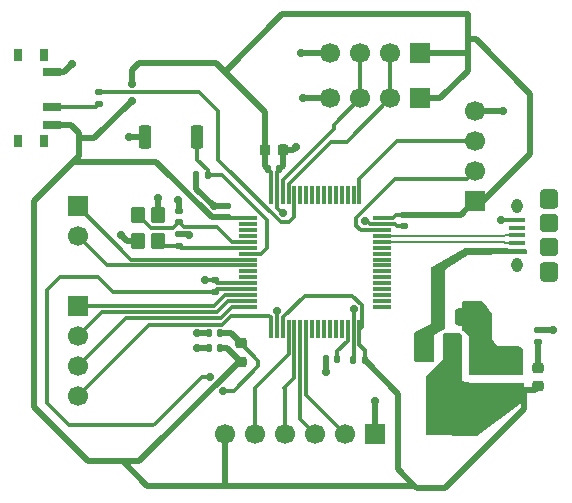
<source format=gbr>
%TF.GenerationSoftware,KiCad,Pcbnew,9.0.4-9.0.4-0~ubuntu22.04.1*%
%TF.CreationDate,2025-09-25T00:01:37-07:00*%
%TF.ProjectId,Tiny_Thinker,54696e79-5f54-4686-996e-6b65722e6b69,rev?*%
%TF.SameCoordinates,Original*%
%TF.FileFunction,Copper,L1,Top*%
%TF.FilePolarity,Positive*%
%FSLAX46Y46*%
G04 Gerber Fmt 4.6, Leading zero omitted, Abs format (unit mm)*
G04 Created by KiCad (PCBNEW 9.0.4-9.0.4-0~ubuntu22.04.1) date 2025-09-25 00:01:37*
%MOMM*%
%LPD*%
G01*
G04 APERTURE LIST*
G04 Aperture macros list*
%AMRoundRect*
0 Rectangle with rounded corners*
0 $1 Rounding radius*
0 $2 $3 $4 $5 $6 $7 $8 $9 X,Y pos of 4 corners*
0 Add a 4 corners polygon primitive as box body*
4,1,4,$2,$3,$4,$5,$6,$7,$8,$9,$2,$3,0*
0 Add four circle primitives for the rounded corners*
1,1,$1+$1,$2,$3*
1,1,$1+$1,$4,$5*
1,1,$1+$1,$6,$7*
1,1,$1+$1,$8,$9*
0 Add four rect primitives between the rounded corners*
20,1,$1+$1,$2,$3,$4,$5,0*
20,1,$1+$1,$4,$5,$6,$7,0*
20,1,$1+$1,$6,$7,$8,$9,0*
20,1,$1+$1,$8,$9,$2,$3,0*%
G04 Aperture macros list end*
%TA.AperFunction,HeatsinkPad*%
%ADD10O,1.550000X0.890000*%
%TD*%
%TA.AperFunction,SMDPad,CuDef*%
%ADD11RoundRect,0.250000X0.525000X-0.475000X0.525000X0.475000X-0.525000X0.475000X-0.525000X-0.475000X0*%
%TD*%
%TA.AperFunction,HeatsinkPad*%
%ADD12O,0.950000X1.250000*%
%TD*%
%TA.AperFunction,SMDPad,CuDef*%
%ADD13RoundRect,0.250000X0.525000X-0.500000X0.525000X0.500000X-0.525000X0.500000X-0.525000X-0.500000X0*%
%TD*%
%TA.AperFunction,SMDPad,CuDef*%
%ADD14RoundRect,0.100000X0.575000X-0.100000X0.575000X0.100000X-0.575000X0.100000X-0.575000X-0.100000X0*%
%TD*%
%TA.AperFunction,SMDPad,CuDef*%
%ADD15RoundRect,0.140000X0.140000X0.170000X-0.140000X0.170000X-0.140000X-0.170000X0.140000X-0.170000X0*%
%TD*%
%TA.AperFunction,SMDPad,CuDef*%
%ADD16R,0.800000X1.000000*%
%TD*%
%TA.AperFunction,SMDPad,CuDef*%
%ADD17R,1.500000X0.700000*%
%TD*%
%TA.AperFunction,SMDPad,CuDef*%
%ADD18RoundRect,0.140000X-0.170000X0.140000X-0.170000X-0.140000X0.170000X-0.140000X0.170000X0.140000X0*%
%TD*%
%TA.AperFunction,SMDPad,CuDef*%
%ADD19RoundRect,0.140000X-0.140000X-0.170000X0.140000X-0.170000X0.140000X0.170000X-0.140000X0.170000X0*%
%TD*%
%TA.AperFunction,SMDPad,CuDef*%
%ADD20RoundRect,0.218750X-0.256250X0.218750X-0.256250X-0.218750X0.256250X-0.218750X0.256250X0.218750X0*%
%TD*%
%TA.AperFunction,ComponentPad*%
%ADD21R,1.700000X1.700000*%
%TD*%
%TA.AperFunction,ComponentPad*%
%ADD22C,1.700000*%
%TD*%
%TA.AperFunction,SMDPad,CuDef*%
%ADD23RoundRect,0.140000X0.170000X-0.140000X0.170000X0.140000X-0.170000X0.140000X-0.170000X-0.140000X0*%
%TD*%
%TA.AperFunction,SMDPad,CuDef*%
%ADD24RoundRect,0.375000X-0.375000X0.625000X-0.375000X-0.625000X0.375000X-0.625000X0.375000X0.625000X0*%
%TD*%
%TA.AperFunction,SMDPad,CuDef*%
%ADD25RoundRect,0.500000X-1.400000X0.500000X-1.400000X-0.500000X1.400000X-0.500000X1.400000X0.500000X0*%
%TD*%
%TA.AperFunction,SMDPad,CuDef*%
%ADD26RoundRect,0.225000X-0.225000X-0.250000X0.225000X-0.250000X0.225000X0.250000X-0.225000X0.250000X0*%
%TD*%
%TA.AperFunction,SMDPad,CuDef*%
%ADD27RoundRect,0.250000X-0.350000X0.450000X-0.350000X-0.450000X0.350000X-0.450000X0.350000X0.450000X0*%
%TD*%
%TA.AperFunction,SMDPad,CuDef*%
%ADD28RoundRect,0.250000X0.475000X-0.250000X0.475000X0.250000X-0.475000X0.250000X-0.475000X-0.250000X0*%
%TD*%
%TA.AperFunction,SMDPad,CuDef*%
%ADD29RoundRect,0.250000X-0.250000X-0.475000X0.250000X-0.475000X0.250000X0.475000X-0.250000X0.475000X0*%
%TD*%
%TA.AperFunction,SMDPad,CuDef*%
%ADD30RoundRect,0.135000X0.185000X-0.135000X0.185000X0.135000X-0.185000X0.135000X-0.185000X-0.135000X0*%
%TD*%
%TA.AperFunction,SMDPad,CuDef*%
%ADD31RoundRect,0.250000X0.275000X0.750000X-0.275000X0.750000X-0.275000X-0.750000X0.275000X-0.750000X0*%
%TD*%
%TA.AperFunction,SMDPad,CuDef*%
%ADD32RoundRect,0.075000X-0.700000X-0.075000X0.700000X-0.075000X0.700000X0.075000X-0.700000X0.075000X0*%
%TD*%
%TA.AperFunction,SMDPad,CuDef*%
%ADD33RoundRect,0.075000X-0.075000X-0.700000X0.075000X-0.700000X0.075000X0.700000X-0.075000X0.700000X0*%
%TD*%
%TA.AperFunction,ViaPad*%
%ADD34C,0.700000*%
%TD*%
%TA.AperFunction,Conductor*%
%ADD35C,0.300000*%
%TD*%
%TA.AperFunction,Conductor*%
%ADD36C,0.500000*%
%TD*%
%TA.AperFunction,Conductor*%
%ADD37C,0.200000*%
%TD*%
G04 APERTURE END LIST*
D10*
%TO.P,J1,6,Shield*%
%TO.N,unconnected-(J1-Shield-Pad6)_4*%
X128300000Y-76700000D03*
D11*
%TO.N,unconnected-(J1-Shield-Pad6)_7*%
X128300000Y-77175000D03*
D12*
%TO.N,unconnected-(J1-Shield-Pad6)_1*%
X125600000Y-77700000D03*
D13*
%TO.N,unconnected-(J1-Shield-Pad6)*%
X128300000Y-79200000D03*
%TO.N,unconnected-(J1-Shield-Pad6)_5*%
X128300000Y-81200000D03*
D12*
%TO.N,unconnected-(J1-Shield-Pad6)_6*%
X125600000Y-82700000D03*
D11*
%TO.N,unconnected-(J1-Shield-Pad6)_3*%
X128300000Y-83225000D03*
D10*
%TO.N,unconnected-(J1-Shield-Pad6)_2*%
X128300000Y-83700000D03*
D14*
%TO.P,J1,5,GND*%
%TO.N,GND*%
X125600000Y-78900000D03*
%TO.P,J1,4,ID*%
%TO.N,unconnected-(J1-ID-Pad4)*%
X125600000Y-79550000D03*
%TO.P,J1,3,D+*%
%TO.N,/USB_D+*%
X125600000Y-80200000D03*
%TO.P,J1,2,D-*%
%TO.N,/USB_D-*%
X125600000Y-80850000D03*
%TO.P,J1,1,VBUS*%
%TO.N,VBUS*%
X125600000Y-81500000D03*
%TD*%
D15*
%TO.P,C9,2*%
%TO.N,GND*%
X98440000Y-75100000D03*
%TO.P,C9,1*%
%TO.N,/NRST*%
X99400000Y-75100000D03*
%TD*%
D16*
%TO.P,SW2,*%
%TO.N,*%
X85580000Y-64950000D03*
X83370000Y-64950000D03*
X85580000Y-72250000D03*
X83370000Y-72250000D03*
D17*
%TO.P,SW2,1,A*%
%TO.N,GND*%
X86230000Y-66350000D03*
%TO.P,SW2,2,B*%
%TO.N,/SW_BOOT0*%
X86230000Y-69350000D03*
%TO.P,SW2,3,C*%
%TO.N,+3.3V*%
X86230000Y-70850000D03*
%TD*%
D18*
%TO.P,C3,1*%
%TO.N,+3.3V*%
X116000000Y-78440000D03*
%TO.P,C3,2*%
%TO.N,GND*%
X116000000Y-79400000D03*
%TD*%
D19*
%TO.P,C4,1*%
%TO.N,+3.3V*%
X104520000Y-74600000D03*
%TO.P,C4,2*%
%TO.N,GND*%
X105480000Y-74600000D03*
%TD*%
D20*
%TO.P,FB1,1*%
%TO.N,+3.3VA*%
X102200000Y-89312500D03*
%TO.P,FB1,2*%
%TO.N,+3.3V*%
X102200000Y-90887500D03*
%TD*%
D21*
%TO.P,J5,1,Pin_1*%
%TO.N,GND*%
X113550000Y-97000000D03*
D22*
%TO.P,J5,2,Pin_2*%
%TO.N,/SPI1_MOSI*%
X111010000Y-97000000D03*
%TO.P,J5,3,Pin_3*%
%TO.N,/SPI1_MISO*%
X108470000Y-97000000D03*
%TO.P,J5,4,Pin_4*%
%TO.N,/SPI1_SCK*%
X105930000Y-97000000D03*
%TO.P,J5,5,Pin_5*%
%TO.N,/SPI1_NSS*%
X103390000Y-97000000D03*
%TO.P,J5,6,Pin_6*%
%TO.N,+3.3V*%
X100850000Y-97000000D03*
%TD*%
D23*
%TO.P,C6,1*%
%TO.N,+3.3VA*%
X100000000Y-84980000D03*
%TO.P,C6,2*%
%TO.N,GND*%
X100000000Y-84020000D03*
%TD*%
D21*
%TO.P,J7,1,Pin_1*%
%TO.N,/ADC_1*%
X88400000Y-77725000D03*
D22*
%TO.P,J7,2,Pin_2*%
%TO.N,/ADC_2*%
X88400000Y-80265000D03*
%TD*%
D24*
%TO.P,U2,1,GND*%
%TO.N,GND*%
X122400000Y-89600000D03*
%TO.P,U2,2,VO*%
%TO.N,+3.3V*%
X120100000Y-89600000D03*
D25*
X120100000Y-95900000D03*
D24*
%TO.P,U2,3,VI*%
%TO.N,VBUS*%
X117800000Y-89600000D03*
%TD*%
D26*
%TO.P,C5,1*%
%TO.N,+3.3V*%
X104225000Y-73000000D03*
%TO.P,C5,2*%
%TO.N,GND*%
X105775000Y-73000000D03*
%TD*%
D15*
%TO.P,C1,1*%
%TO.N,+3.3V*%
X112680000Y-90800000D03*
%TO.P,C1,2*%
%TO.N,GND*%
X111720000Y-90800000D03*
%TD*%
D27*
%TO.P,Y1,1,1*%
%TO.N,/HSE_IN*%
X93500000Y-78500000D03*
%TO.P,Y1,2,2*%
%TO.N,GND*%
X93500000Y-80700000D03*
%TO.P,Y1,3,3*%
%TO.N,/HSE_OUT*%
X95200000Y-80700000D03*
%TO.P,Y1,4,4*%
%TO.N,GND*%
X95200000Y-78500000D03*
%TD*%
D15*
%TO.P,C8,1*%
%TO.N,+3.3V*%
X100480000Y-89700000D03*
%TO.P,C8,2*%
%TO.N,GND*%
X99520000Y-89700000D03*
%TD*%
D28*
%TO.P,C13,1*%
%TO.N,+3.3V*%
X125300000Y-93300000D03*
%TO.P,C13,2*%
%TO.N,GND*%
X125300000Y-91400000D03*
%TD*%
D20*
%TO.P,D1,1,K*%
%TO.N,/PWR_LED_K*%
X127400000Y-91412500D03*
%TO.P,D1,2,A*%
%TO.N,+3.3V*%
X127400000Y-92987500D03*
%TD*%
D22*
%TO.P,J3,4,Pin_4*%
%TO.N,GND*%
X109790000Y-64800000D03*
%TO.P,J3,3,Pin_3*%
%TO.N,/I2C1_SDA*%
X112330000Y-64800000D03*
%TO.P,J3,2,Pin_2*%
%TO.N,/I2C1_SCL*%
X114870000Y-64800000D03*
D21*
%TO.P,J3,1,Pin_1*%
%TO.N,+3.3V*%
X117410000Y-64800000D03*
%TD*%
D15*
%TO.P,C14,1*%
%TO.N,/VCAP_1*%
X110380000Y-90700000D03*
%TO.P,C14,2*%
%TO.N,GND*%
X109420000Y-90700000D03*
%TD*%
%TO.P,C7,1*%
%TO.N,+3.3VA*%
X100480000Y-88500000D03*
%TO.P,C7,2*%
%TO.N,GND*%
X99520000Y-88500000D03*
%TD*%
D29*
%TO.P,C12,1*%
%TO.N,VBUS*%
X118950000Y-87150000D03*
%TO.P,C12,2*%
%TO.N,GND*%
X120850000Y-87150000D03*
%TD*%
D30*
%TO.P,R2,1*%
%TO.N,/PWR_LED_K*%
X127400000Y-89210000D03*
%TO.P,R2,2*%
%TO.N,GND*%
X127400000Y-88190000D03*
%TD*%
D23*
%TO.P,C2,1*%
%TO.N,+3.3V*%
X101000000Y-78680000D03*
%TO.P,C2,2*%
%TO.N,GND*%
X101000000Y-77720000D03*
%TD*%
D21*
%TO.P,J2,1,Pin_1*%
%TO.N,+3.3V*%
X122000000Y-77310000D03*
D22*
%TO.P,J2,2,Pin_2*%
%TO.N,/SWDIO*%
X122000000Y-74770000D03*
%TO.P,J2,3,Pin_3*%
%TO.N,/SWCLK*%
X122000000Y-72230000D03*
%TO.P,J2,4,Pin_4*%
%TO.N,GND*%
X122000000Y-69690000D03*
%TD*%
D23*
%TO.P,C11,1*%
%TO.N,/HSE_OUT*%
X96950000Y-81080000D03*
%TO.P,C11,2*%
%TO.N,GND*%
X96950000Y-80120000D03*
%TD*%
D21*
%TO.P,J4,1,Pin_1*%
%TO.N,+3.3V*%
X117410000Y-68600000D03*
D22*
%TO.P,J4,2,Pin_2*%
%TO.N,/I2C1_SCL*%
X114870000Y-68600000D03*
%TO.P,J4,3,Pin_3*%
%TO.N,/I2C1_SDA*%
X112330000Y-68600000D03*
%TO.P,J4,4,Pin_4*%
%TO.N,GND*%
X109790000Y-68600000D03*
%TD*%
D21*
%TO.P,J6,1,Pin_1*%
%TO.N,/PWM_1*%
X88400000Y-86190000D03*
D22*
%TO.P,J6,2,Pin_2*%
%TO.N,/PWM_2*%
X88400000Y-88730000D03*
%TO.P,J6,3,Pin_3*%
%TO.N,/PWM_3*%
X88400000Y-91270000D03*
%TO.P,J6,4,Pin_4*%
%TO.N,/PWM_4*%
X88400000Y-93810000D03*
%TD*%
D31*
%TO.P,SW1,1,1*%
%TO.N,/NRST*%
X98525000Y-71900000D03*
%TO.P,SW1,2,2*%
%TO.N,GND*%
X94075000Y-71900000D03*
%TD*%
D30*
%TO.P,R1,1*%
%TO.N,/SW_BOOT0*%
X90200000Y-69110000D03*
%TO.P,R1,2*%
%TO.N,/BOOT0*%
X90200000Y-68090000D03*
%TD*%
D23*
%TO.P,C10,1*%
%TO.N,/HSE_IN*%
X96950000Y-79080000D03*
%TO.P,C10,2*%
%TO.N,GND*%
X96950000Y-78120000D03*
%TD*%
D32*
%TO.P,U1,1,VBAT*%
%TO.N,+3.3V*%
X102825000Y-78750000D03*
%TO.P,U1,2,PC13*%
%TO.N,unconnected-(U1-PC13-Pad2)*%
X102825000Y-79250000D03*
%TO.P,U1,3,PC14*%
%TO.N,unconnected-(U1-PC14-Pad3)*%
X102825000Y-79750000D03*
%TO.P,U1,4,PC15*%
%TO.N,unconnected-(U1-PC15-Pad4)*%
X102825000Y-80250000D03*
%TO.P,U1,5,PH0*%
%TO.N,/HSE_IN*%
X102825000Y-80750000D03*
%TO.P,U1,6,PH1*%
%TO.N,/HSE_OUT*%
X102825000Y-81250000D03*
%TO.P,U1,7,NRST*%
%TO.N,/NRST*%
X102825000Y-81750000D03*
%TO.P,U1,8,PC0*%
%TO.N,/ADC_1*%
X102825000Y-82250000D03*
%TO.P,U1,9,PC1*%
%TO.N,/ADC_2*%
X102825000Y-82750000D03*
%TO.P,U1,10,PC2*%
%TO.N,unconnected-(U1-PC2-Pad10)*%
X102825000Y-83250000D03*
%TO.P,U1,11,PC3*%
%TO.N,unconnected-(U1-PC3-Pad11)*%
X102825000Y-83750000D03*
%TO.P,U1,12,VSSA*%
%TO.N,GND*%
X102825000Y-84250000D03*
%TO.P,U1,13,VDDA*%
%TO.N,+3.3VA*%
X102825000Y-84750000D03*
%TO.P,U1,14,PA0*%
%TO.N,/PWM_1*%
X102825000Y-85250000D03*
%TO.P,U1,15,PA1*%
%TO.N,/PWM_2*%
X102825000Y-85750000D03*
%TO.P,U1,16,PA2*%
%TO.N,/PWM_3*%
X102825000Y-86250000D03*
D33*
%TO.P,U1,17,PA3*%
%TO.N,/PWM_4*%
X104750000Y-88175000D03*
%TO.P,U1,18,VSS*%
%TO.N,GND*%
X105250000Y-88175000D03*
%TO.P,U1,19,VDD*%
%TO.N,+3.3V*%
X105750000Y-88175000D03*
%TO.P,U1,20,PA4*%
%TO.N,/SPI1_NSS*%
X106250000Y-88175000D03*
%TO.P,U1,21,PA5*%
%TO.N,/SPI1_SCK*%
X106750000Y-88175000D03*
%TO.P,U1,22,PA6*%
%TO.N,/SPI1_MISO*%
X107250000Y-88175000D03*
%TO.P,U1,23,PA7*%
%TO.N,/SPI1_MOSI*%
X107750000Y-88175000D03*
%TO.P,U1,24,PC4*%
%TO.N,unconnected-(U1-PC4-Pad24)*%
X108250000Y-88175000D03*
%TO.P,U1,25,PC5*%
%TO.N,unconnected-(U1-PC5-Pad25)*%
X108750000Y-88175000D03*
%TO.P,U1,26,PB0*%
%TO.N,unconnected-(U1-PB0-Pad26)*%
X109250000Y-88175000D03*
%TO.P,U1,27,PB1*%
%TO.N,unconnected-(U1-PB1-Pad27)*%
X109750000Y-88175000D03*
%TO.P,U1,28,PB2*%
%TO.N,unconnected-(U1-PB2-Pad28)*%
X110250000Y-88175000D03*
%TO.P,U1,29,PB10*%
%TO.N,unconnected-(U1-PB10-Pad29)*%
X110750000Y-88175000D03*
%TO.P,U1,30,VCAP_1*%
%TO.N,/VCAP_1*%
X111250000Y-88175000D03*
%TO.P,U1,31,VSS*%
%TO.N,GND*%
X111750000Y-88175000D03*
%TO.P,U1,32,VDD*%
%TO.N,+3.3V*%
X112250000Y-88175000D03*
D32*
%TO.P,U1,33,PB12*%
%TO.N,unconnected-(U1-PB12-Pad33)*%
X114175000Y-86250000D03*
%TO.P,U1,34,PB13*%
%TO.N,unconnected-(U1-PB13-Pad34)*%
X114175000Y-85750000D03*
%TO.P,U1,35,PB14*%
%TO.N,unconnected-(U1-PB14-Pad35)*%
X114175000Y-85250000D03*
%TO.P,U1,36,PB15*%
%TO.N,unconnected-(U1-PB15-Pad36)*%
X114175000Y-84750000D03*
%TO.P,U1,37,PC6*%
%TO.N,unconnected-(U1-PC6-Pad37)*%
X114175000Y-84250000D03*
%TO.P,U1,38,PC7*%
%TO.N,unconnected-(U1-PC7-Pad38)*%
X114175000Y-83750000D03*
%TO.P,U1,39,PC8*%
%TO.N,unconnected-(U1-PC8-Pad39)*%
X114175000Y-83250000D03*
%TO.P,U1,40,PC9*%
%TO.N,unconnected-(U1-PC9-Pad40)*%
X114175000Y-82750000D03*
%TO.P,U1,41,PA8*%
%TO.N,unconnected-(U1-PA8-Pad41)*%
X114175000Y-82250000D03*
%TO.P,U1,42,PA9*%
%TO.N,unconnected-(U1-PA9-Pad42)*%
X114175000Y-81750000D03*
%TO.P,U1,43,PA10*%
%TO.N,unconnected-(U1-PA10-Pad43)*%
X114175000Y-81250000D03*
%TO.P,U1,44,PA11*%
%TO.N,/USB_D-*%
X114175000Y-80750000D03*
%TO.P,U1,45,PA12*%
%TO.N,/USB_D+*%
X114175000Y-80250000D03*
%TO.P,U1,46,PA13*%
%TO.N,/SWDIO*%
X114175000Y-79750000D03*
%TO.P,U1,47,VSS*%
%TO.N,GND*%
X114175000Y-79250000D03*
%TO.P,U1,48,VDD*%
%TO.N,+3.3V*%
X114175000Y-78750000D03*
D33*
%TO.P,U1,49,PA14*%
%TO.N,/SWCLK*%
X112250000Y-76825000D03*
%TO.P,U1,50,PA15*%
%TO.N,unconnected-(U1-PA15-Pad50)*%
X111750000Y-76825000D03*
%TO.P,U1,51,PC10*%
%TO.N,unconnected-(U1-PC10-Pad51)*%
X111250000Y-76825000D03*
%TO.P,U1,52,PC11*%
%TO.N,unconnected-(U1-PC11-Pad52)*%
X110750000Y-76825000D03*
%TO.P,U1,53,PC12*%
%TO.N,unconnected-(U1-PC12-Pad53)*%
X110250000Y-76825000D03*
%TO.P,U1,54,PD2*%
%TO.N,unconnected-(U1-PD2-Pad54)*%
X109750000Y-76825000D03*
%TO.P,U1,55,PB3*%
%TO.N,unconnected-(U1-PB3-Pad55)*%
X109250000Y-76825000D03*
%TO.P,U1,56,PB4*%
%TO.N,unconnected-(U1-PB4-Pad56)*%
X108750000Y-76825000D03*
%TO.P,U1,57,PB5*%
%TO.N,unconnected-(U1-PB5-Pad57)*%
X108250000Y-76825000D03*
%TO.P,U1,58,PB6*%
%TO.N,unconnected-(U1-PB6-Pad58)*%
X107750000Y-76825000D03*
%TO.P,U1,59,PB7*%
%TO.N,unconnected-(U1-PB7-Pad59)*%
X107250000Y-76825000D03*
%TO.P,U1,60,BOOT0*%
%TO.N,/BOOT0*%
X106750000Y-76825000D03*
%TO.P,U1,61,PB8*%
%TO.N,/I2C1_SCL*%
X106250000Y-76825000D03*
%TO.P,U1,62,PB9*%
%TO.N,/I2C1_SDA*%
X105750000Y-76825000D03*
%TO.P,U1,63,VSS*%
%TO.N,GND*%
X105250000Y-76825000D03*
%TO.P,U1,64,VDD*%
%TO.N,+3.3V*%
X104750000Y-76825000D03*
%TD*%
D34*
%TO.N,GND*%
X124200000Y-78900000D03*
X99200000Y-84000000D03*
X97800000Y-80200000D03*
X96900000Y-77200000D03*
%TO.N,+3.3VA*%
X100665686Y-93365686D03*
X99584314Y-92184314D03*
%TO.N,GND*%
X98500000Y-89700000D03*
X98500000Y-88500000D03*
X92100000Y-80200000D03*
X95200000Y-77000000D03*
X106900000Y-72700000D03*
%TO.N,+3.3V*%
X93000000Y-68790000D03*
X93000000Y-67390000D03*
%TO.N,GND*%
X122900000Y-91200000D03*
X122000000Y-91200000D03*
X125300000Y-90000000D03*
X112700000Y-79000000D03*
X105800000Y-78300000D03*
X105258689Y-86612590D03*
X122300000Y-87600000D03*
X122300000Y-86600000D03*
X128600000Y-88200000D03*
X113600000Y-94200000D03*
X107300000Y-64800000D03*
X107500000Y-68600000D03*
X124400000Y-69690000D03*
X87900000Y-65700000D03*
X92700000Y-71900000D03*
X109400000Y-91800000D03*
X111750000Y-86400000D03*
X99900000Y-77720000D03*
%TD*%
D35*
%TO.N,+3.3V*%
X105750000Y-88175000D02*
X105750000Y-87150000D01*
X105750000Y-87150000D02*
X107600000Y-85300000D01*
X107600000Y-85300000D02*
X111641364Y-85300000D01*
X111641364Y-85300000D02*
X112451000Y-86109636D01*
X112451000Y-86109636D02*
X112451000Y-87974000D01*
X112451000Y-87974000D02*
X112250000Y-88175000D01*
D36*
X122000000Y-77310000D02*
X121990000Y-77310000D01*
X121990000Y-77310000D02*
X120860000Y-78440000D01*
X120860000Y-78440000D02*
X116000000Y-78440000D01*
X88000000Y-74000000D02*
X95047214Y-74000000D01*
X95047214Y-74000000D02*
X99727214Y-78680000D01*
X99727214Y-78680000D02*
X101000000Y-78680000D01*
D35*
%TO.N,/HSE_IN*%
X102825000Y-80750000D02*
X101450000Y-80750000D01*
X101450000Y-80750000D02*
X100200000Y-79500000D01*
X100200000Y-79500000D02*
X97370000Y-79500000D01*
X97370000Y-79500000D02*
X96950000Y-79080000D01*
D36*
%TO.N,+3.3V*%
X88500000Y-73500000D02*
X88000000Y-74000000D01*
%TO.N,GND*%
X99900000Y-77720000D02*
X99900000Y-77700000D01*
X99900000Y-77700000D02*
X98440000Y-76240000D01*
X98440000Y-76240000D02*
X98440000Y-75100000D01*
X101000000Y-77720000D02*
X99900000Y-77720000D01*
D35*
X125600000Y-78900000D02*
X124200000Y-78900000D01*
X100000000Y-84020000D02*
X99220000Y-84020000D01*
D36*
X97720000Y-80120000D02*
X97800000Y-80200000D01*
X96950000Y-80120000D02*
X97720000Y-80120000D01*
X96950000Y-77250000D02*
X96900000Y-77200000D01*
X96950000Y-78120000D02*
X96950000Y-77250000D01*
D35*
%TO.N,+3.3VA*%
X90100000Y-83700000D02*
X86900000Y-83700000D01*
X85800000Y-94400000D02*
X87700000Y-96300000D01*
X91380000Y-84980000D02*
X90100000Y-83700000D01*
X103700000Y-90812500D02*
X102200000Y-89312500D01*
X100665686Y-93365686D02*
X101634314Y-93365686D01*
X103700000Y-91300000D02*
X103700000Y-90812500D01*
X85800000Y-84800000D02*
X85800000Y-84900000D01*
X94900000Y-96200000D02*
X98915686Y-92184314D01*
X87700000Y-96300000D02*
X94800000Y-96300000D01*
X94800000Y-96300000D02*
X94900000Y-96200000D01*
X101634314Y-93365686D02*
X103700000Y-91300000D01*
X100000000Y-84980000D02*
X91380000Y-84980000D01*
X98915686Y-92184314D02*
X99584314Y-92184314D01*
X85800000Y-84900000D02*
X85800000Y-94400000D01*
X86900000Y-83700000D02*
X85800000Y-84800000D01*
D36*
%TO.N,GND*%
X99520000Y-89700000D02*
X98500000Y-89700000D01*
X99520000Y-88500000D02*
X98600000Y-88500000D01*
X92600000Y-80700000D02*
X92100000Y-80200000D01*
X93500000Y-80700000D02*
X92600000Y-80700000D01*
X95200000Y-78500000D02*
X95200000Y-77100000D01*
%TO.N,+3.3V*%
X121400000Y-63600000D02*
X121400000Y-64800000D01*
X122000000Y-77310000D02*
X122690000Y-77310000D01*
X122690000Y-77310000D02*
X126700000Y-73300000D01*
X126700000Y-73300000D02*
X126700000Y-68200000D01*
X126700000Y-68200000D02*
X122100000Y-63600000D01*
X122100000Y-63600000D02*
X121400000Y-63600000D01*
X121400000Y-61500000D02*
X121400000Y-63600000D01*
X117410000Y-64800000D02*
X121400000Y-64800000D01*
X121400000Y-66300000D02*
X119100000Y-68600000D01*
X100850000Y-66350000D02*
X104225000Y-69725000D01*
X121400000Y-64800000D02*
X121400000Y-66300000D01*
X100850000Y-66350000D02*
X105700000Y-61500000D01*
X105700000Y-61500000D02*
X121400000Y-61500000D01*
X119100000Y-68600000D02*
X117410000Y-68600000D01*
%TO.N,GND*%
X106900000Y-72700000D02*
X107000000Y-72600000D01*
X106600000Y-73000000D02*
X106900000Y-72700000D01*
X105775000Y-73000000D02*
X106600000Y-73000000D01*
%TO.N,+3.3V*%
X93000000Y-67390000D02*
X93000000Y-66200000D01*
X93000000Y-66200000D02*
X93600000Y-65600000D01*
X93600000Y-65600000D02*
X100100000Y-65600000D01*
X100100000Y-65600000D02*
X100850000Y-66350000D01*
X104225000Y-69725000D02*
X104225000Y-73000000D01*
X89790000Y-72000000D02*
X93000000Y-68790000D01*
X88500000Y-71500000D02*
X88500000Y-72000000D01*
X88500000Y-72000000D02*
X89790000Y-72000000D01*
X116900000Y-101400000D02*
X100900000Y-101400000D01*
X100850000Y-101350000D02*
X100900000Y-101400000D01*
X100850000Y-97000000D02*
X100850000Y-101350000D01*
X116900000Y-101400000D02*
X115500000Y-100000000D01*
X89300000Y-99300000D02*
X92200000Y-99300000D01*
X94300000Y-101400000D02*
X92200000Y-99300000D01*
X100900000Y-101400000D02*
X94300000Y-101400000D01*
X126200000Y-93300000D02*
X126200000Y-94900000D01*
X115500000Y-100000000D02*
X115500000Y-93620000D01*
X126200000Y-94900000D02*
X119500000Y-101600000D01*
X119500000Y-101600000D02*
X117100000Y-101600000D01*
X117100000Y-101600000D02*
X116900000Y-101400000D01*
X115500000Y-93620000D02*
X112680000Y-90800000D01*
X125300000Y-93300000D02*
X126200000Y-93300000D01*
X126200000Y-93300000D02*
X127087500Y-93300000D01*
X127087500Y-93300000D02*
X127400000Y-92987500D01*
%TO.N,/PWR_LED_K*%
X127400000Y-89210000D02*
X127400000Y-91412500D01*
D35*
%TO.N,/SWDIO*%
X122000000Y-74770000D02*
X121369000Y-75401000D01*
X121369000Y-75401000D02*
X115299000Y-75401000D01*
X115299000Y-75401000D02*
X112000000Y-78700000D01*
X112000000Y-78700000D02*
X112000000Y-79400000D01*
X112000000Y-79400000D02*
X112350000Y-79750000D01*
X112350000Y-79750000D02*
X114175000Y-79750000D01*
%TO.N,GND*%
X114175000Y-79250000D02*
X113150000Y-79250000D01*
X113150000Y-79250000D02*
X112900000Y-79000000D01*
X112900000Y-79000000D02*
X112700000Y-79000000D01*
%TO.N,/BOOT0*%
X106750000Y-76825000D02*
X106750000Y-78650000D01*
X106750000Y-78650000D02*
X106300000Y-79100000D01*
X106300000Y-79100000D02*
X105595130Y-79100000D01*
X100300000Y-69700000D02*
X98690000Y-68090000D01*
X105595130Y-79100000D02*
X100300000Y-73804870D01*
X100300000Y-73804870D02*
X100300000Y-69700000D01*
X98690000Y-68090000D02*
X90200000Y-68090000D01*
%TO.N,GND*%
X105250000Y-76825000D02*
X105250000Y-77850000D01*
X105250000Y-77850000D02*
X105700000Y-78300000D01*
X105700000Y-78300000D02*
X105800000Y-78300000D01*
X105250000Y-86650000D02*
X105300000Y-86600000D01*
X105250000Y-88175000D02*
X105250000Y-86650000D01*
D36*
X127400000Y-88190000D02*
X128590000Y-88190000D01*
X113550000Y-94250000D02*
X113600000Y-94200000D01*
X113550000Y-97000000D02*
X113550000Y-94250000D01*
X109790000Y-68600000D02*
X107500000Y-68600000D01*
X109790000Y-64800000D02*
X107300000Y-64800000D01*
X124400000Y-69690000D02*
X124490000Y-69690000D01*
X124490000Y-69690000D02*
X124500000Y-69700000D01*
X122000000Y-69690000D02*
X124400000Y-69690000D01*
X87250000Y-66350000D02*
X87900000Y-65700000D01*
X86230000Y-66350000D02*
X87250000Y-66350000D01*
D35*
%TO.N,/NRST*%
X102825000Y-81750000D02*
X103950000Y-81750000D01*
X103950000Y-81750000D02*
X104400000Y-81300000D01*
X104400000Y-81300000D02*
X104400000Y-78900000D01*
X104400000Y-78900000D02*
X100600000Y-75100000D01*
X100600000Y-75100000D02*
X99400000Y-75100000D01*
%TO.N,/SW_BOOT0*%
X86230000Y-69350000D02*
X89960000Y-69350000D01*
X89960000Y-69350000D02*
X90200000Y-69110000D01*
D36*
%TO.N,+3.3V*%
X86230000Y-70850000D02*
X87850000Y-70850000D01*
X87850000Y-70850000D02*
X88500000Y-71500000D01*
X88000000Y-74000000D02*
X84700000Y-77300000D01*
X88500000Y-72000000D02*
X88500000Y-73500000D01*
X84700000Y-77300000D02*
X84700000Y-94700000D01*
X84700000Y-94700000D02*
X89300000Y-99300000D01*
X92200000Y-99300000D02*
X93600000Y-99300000D01*
X93600000Y-99300000D02*
X102012500Y-90887500D01*
X102012500Y-90887500D02*
X102200000Y-90887500D01*
%TO.N,+3.3VA*%
X100480000Y-88500000D02*
X101387500Y-88500000D01*
X101387500Y-88500000D02*
X102200000Y-89312500D01*
%TO.N,GND*%
X94075000Y-71900000D02*
X92700000Y-71900000D01*
D35*
%TO.N,/NRST*%
X98525000Y-71900000D02*
X98525000Y-73825000D01*
X98525000Y-73825000D02*
X99400000Y-74700000D01*
X99400000Y-74700000D02*
X99400000Y-75100000D01*
%TO.N,/ADC_1*%
X102825000Y-82250000D02*
X92925000Y-82250000D01*
X92925000Y-82250000D02*
X88400000Y-77725000D01*
D36*
%TO.N,GND*%
X109420000Y-91780000D02*
X109400000Y-91800000D01*
X109420000Y-90700000D02*
X109420000Y-91780000D01*
D35*
X111750000Y-86400000D02*
X111750000Y-86350000D01*
X111750000Y-86350000D02*
X111700000Y-86300000D01*
X111750000Y-88175000D02*
X111750000Y-86400000D01*
%TO.N,/ADC_2*%
X102825000Y-82750000D02*
X90885000Y-82750000D01*
X90885000Y-82750000D02*
X88400000Y-80265000D01*
%TO.N,/HSE_OUT*%
X102825000Y-81250000D02*
X97120000Y-81250000D01*
%TO.N,/PWM_4*%
X104750000Y-88175000D02*
X104750000Y-87150000D01*
X100608520Y-87800000D02*
X94410000Y-87800000D01*
X104750000Y-87150000D02*
X104600000Y-87000000D01*
X104600000Y-87000000D02*
X101408520Y-87000000D01*
X94410000Y-87800000D02*
X88400000Y-93810000D01*
X101408520Y-87000000D02*
X100608520Y-87800000D01*
%TO.N,/PWM_3*%
X102825000Y-86250000D02*
X101450000Y-86250000D01*
X101450000Y-86250000D02*
X100499000Y-87201000D01*
X100499000Y-87201000D02*
X92469000Y-87201000D01*
X92469000Y-87201000D02*
X88400000Y-91270000D01*
%TO.N,/PWM_2*%
X101150000Y-85750000D02*
X100200000Y-86700000D01*
X102825000Y-85750000D02*
X101150000Y-85750000D01*
X100200000Y-86700000D02*
X90430000Y-86700000D01*
X90430000Y-86700000D02*
X88400000Y-88730000D01*
%TO.N,/PWM_1*%
X102825000Y-85250000D02*
X100850000Y-85250000D01*
X100850000Y-85250000D02*
X99910000Y-86190000D01*
X99910000Y-86190000D02*
X88400000Y-86190000D01*
%TO.N,GND*%
X102825000Y-84250000D02*
X100230000Y-84250000D01*
X100230000Y-84250000D02*
X100000000Y-84020000D01*
%TO.N,+3.3VA*%
X102825000Y-84750000D02*
X100230000Y-84750000D01*
X100230000Y-84750000D02*
X100000000Y-84980000D01*
%TO.N,/SPI1_MOSI*%
X107750000Y-88175000D02*
X107750000Y-93740000D01*
X107750000Y-93740000D02*
X111010000Y-97000000D01*
%TO.N,/SPI1_MISO*%
X107250000Y-88175000D02*
X107250000Y-95780000D01*
X107250000Y-95780000D02*
X108470000Y-97000000D01*
%TO.N,/SPI1_SCK*%
X106750000Y-92250000D02*
X105900000Y-93100000D01*
X106750000Y-88175000D02*
X106750000Y-92250000D01*
X105900000Y-93100000D02*
X105930000Y-93130000D01*
X105930000Y-93130000D02*
X105930000Y-97000000D01*
%TO.N,/SPI1_NSS*%
X106250000Y-88175000D02*
X106250000Y-90250000D01*
X106250000Y-90250000D02*
X103390000Y-93110000D01*
X103390000Y-93110000D02*
X103390000Y-97000000D01*
%TO.N,/SWCLK*%
X112250000Y-76825000D02*
X112250000Y-75450000D01*
X112250000Y-75450000D02*
X115470000Y-72230000D01*
X115470000Y-72230000D02*
X122000000Y-72230000D01*
%TO.N,/I2C1_SCL*%
X114870000Y-68600000D02*
X114870000Y-64800000D01*
%TO.N,/I2C1_SDA*%
X112330000Y-68600000D02*
X112330000Y-64800000D01*
X105750000Y-76825000D02*
X105750000Y-75550000D01*
X105750000Y-75550000D02*
X110100000Y-71200000D01*
X110100000Y-71200000D02*
X110100000Y-70830000D01*
X110100000Y-70830000D02*
X112330000Y-68600000D01*
%TO.N,/I2C1_SCL*%
X106250000Y-75850000D02*
X109800000Y-72300000D01*
X109800000Y-72300000D02*
X111170000Y-72300000D01*
X106250000Y-76825000D02*
X106250000Y-75850000D01*
X111170000Y-72300000D02*
X114870000Y-68600000D01*
D37*
%TO.N,/USB_D+*%
X114225000Y-80300000D02*
X124487499Y-80300000D01*
X124487499Y-80300000D02*
X124587499Y-80200000D01*
X124587499Y-80200000D02*
X125600000Y-80200000D01*
%TO.N,/USB_D-*%
X114175000Y-80750000D02*
X124487499Y-80750000D01*
X124487499Y-80750000D02*
X124587499Y-80850000D01*
X124587499Y-80850000D02*
X125600000Y-80850000D01*
%TO.N,/USB_D+*%
X114175000Y-80250000D02*
X114225000Y-80300000D01*
D35*
%TO.N,/HSE_IN*%
X96430000Y-79600000D02*
X94600000Y-79600000D01*
X96950000Y-79080000D02*
X96430000Y-79600000D01*
X94600000Y-79600000D02*
X93500000Y-78500000D01*
%TO.N,/HSE_OUT*%
X96950000Y-81080000D02*
X95580000Y-81080000D01*
X95580000Y-81080000D02*
X95200000Y-80700000D01*
X97120000Y-81250000D02*
X96950000Y-81080000D01*
%TO.N,GND*%
X115250000Y-79250000D02*
X115400000Y-79400000D01*
X114175000Y-79250000D02*
X115250000Y-79250000D01*
X115400000Y-79400000D02*
X116000000Y-79400000D01*
%TO.N,+3.3V*%
X114175000Y-78750000D02*
X115050000Y-78750000D01*
X115050000Y-78750000D02*
X115360000Y-78440000D01*
X115360000Y-78440000D02*
X116000000Y-78440000D01*
%TO.N,/VCAP_1*%
X111250000Y-88175000D02*
X111250000Y-89150000D01*
X111250000Y-89150000D02*
X110380000Y-90020000D01*
X110380000Y-90020000D02*
X110380000Y-90700000D01*
%TO.N,GND*%
X111750000Y-88175000D02*
X111750000Y-90770000D01*
X111750000Y-90770000D02*
X111720000Y-90800000D01*
%TO.N,+3.3V*%
X112680000Y-90800000D02*
X112680000Y-89880000D01*
X112680000Y-89880000D02*
X112250000Y-89450000D01*
X112250000Y-89450000D02*
X112250000Y-88175000D01*
X102825000Y-78750000D02*
X101070000Y-78750000D01*
X101070000Y-78750000D02*
X101000000Y-78680000D01*
D36*
%TO.N,GND*%
X105775000Y-73000000D02*
X105775000Y-74305000D01*
X105775000Y-74305000D02*
X105480000Y-74600000D01*
%TO.N,+3.3V*%
X104225000Y-73000000D02*
X104225000Y-74305000D01*
X104225000Y-74305000D02*
X104520000Y-74600000D01*
D35*
%TO.N,GND*%
X105250000Y-76425000D02*
X105250000Y-74830000D01*
X105250000Y-74830000D02*
X105480000Y-74600000D01*
%TO.N,+3.3V*%
X104750000Y-76425000D02*
X104750000Y-74830000D01*
X104750000Y-74830000D02*
X104520000Y-74600000D01*
D36*
X101012500Y-89700000D02*
X102200000Y-90887500D01*
X100480000Y-89700000D02*
X101012500Y-89700000D01*
%TD*%
%TA.AperFunction,Conductor*%
%TO.N,GND*%
G36*
X122703896Y-85819685D02*
G01*
X122737138Y-85851065D01*
X122790182Y-85924000D01*
X123476283Y-86867389D01*
X123499794Y-86933184D01*
X123500000Y-86940322D01*
X123500000Y-89000000D01*
X123900000Y-89600000D01*
X125748638Y-89600000D01*
X125815677Y-89619685D01*
X125836319Y-89636319D01*
X126063681Y-89863681D01*
X126097166Y-89925004D01*
X126100000Y-89951362D01*
X126100000Y-91876000D01*
X126080315Y-91943039D01*
X126027511Y-91988794D01*
X125976000Y-92000000D01*
X121624000Y-92000000D01*
X121556961Y-91980315D01*
X121511206Y-91927511D01*
X121500000Y-91876000D01*
X121500000Y-88700000D01*
X121499999Y-88699999D01*
X121148495Y-88407079D01*
X121123071Y-88377055D01*
X121123017Y-88377094D01*
X121122539Y-88376426D01*
X121120838Y-88374418D01*
X121119675Y-88372429D01*
X121073920Y-88319625D01*
X121073918Y-88319623D01*
X121073908Y-88319612D01*
X121029192Y-88277451D01*
X121029189Y-88277448D01*
X121029187Y-88277447D01*
X121029184Y-88277445D01*
X121029182Y-88277444D01*
X120967796Y-88246230D01*
X120916960Y-88198297D01*
X120900000Y-88135699D01*
X120900000Y-85924000D01*
X120919685Y-85856961D01*
X120972489Y-85811206D01*
X121024000Y-85800000D01*
X122636857Y-85800000D01*
X122703896Y-85819685D01*
G37*
%TD.AperFunction*%
%TD*%
%TA.AperFunction,Conductor*%
%TO.N,VBUS*%
G36*
X124470964Y-81237755D02*
G01*
X124475560Y-81237354D01*
X124488368Y-81238066D01*
X124534772Y-81250500D01*
X124711901Y-81250500D01*
X124715335Y-81250691D01*
X124745147Y-81261276D01*
X124775487Y-81270185D01*
X124777819Y-81272876D01*
X124781177Y-81274069D01*
X124781329Y-81274179D01*
X124786653Y-81278046D01*
X124786655Y-81278047D01*
X124786658Y-81278050D01*
X124899696Y-81335646D01*
X124899698Y-81335647D01*
X124993475Y-81350499D01*
X124993481Y-81350500D01*
X126206518Y-81350499D01*
X126206522Y-81350499D01*
X126247668Y-81343982D01*
X126256602Y-81342567D01*
X126275142Y-81344962D01*
X126293647Y-81342302D01*
X126309074Y-81349347D01*
X126325895Y-81351521D01*
X126340197Y-81363560D01*
X126357203Y-81371327D01*
X126366372Y-81385594D01*
X126379347Y-81396517D01*
X126384869Y-81414377D01*
X126394977Y-81430105D01*
X126399535Y-81461808D01*
X126399987Y-81463269D01*
X126400000Y-81465040D01*
X126400000Y-81678455D01*
X126380315Y-81745494D01*
X126327511Y-81791249D01*
X126278479Y-81802430D01*
X125868050Y-81810638D01*
X125829585Y-81805326D01*
X125826210Y-81804302D01*
X125676384Y-81774500D01*
X125676380Y-81774500D01*
X125523620Y-81774500D01*
X125523615Y-81774500D01*
X125373802Y-81804299D01*
X125373798Y-81804301D01*
X125373796Y-81804301D01*
X125373795Y-81804302D01*
X125371323Y-81805326D01*
X125354240Y-81812402D01*
X125309271Y-81821814D01*
X121530310Y-81897393D01*
X121400000Y-81900000D01*
X119872894Y-82864488D01*
X119500000Y-83100000D01*
X119500000Y-88027037D01*
X119496331Y-88039530D01*
X119497355Y-88052510D01*
X119486677Y-88072409D01*
X119480315Y-88094076D01*
X119469717Y-88104015D01*
X119464319Y-88114076D01*
X119436220Y-88135433D01*
X119298473Y-88211959D01*
X119272444Y-88222756D01*
X119269341Y-88223646D01*
X119172422Y-88280329D01*
X119167873Y-88283587D01*
X119155898Y-88291166D01*
X118600000Y-88599999D01*
X118600000Y-90776000D01*
X118580315Y-90843039D01*
X118527511Y-90888794D01*
X118476000Y-90900000D01*
X117024000Y-90900000D01*
X116956961Y-90880315D01*
X116911206Y-90827511D01*
X116900000Y-90776000D01*
X116900000Y-88476636D01*
X116919685Y-88409597D01*
X116968546Y-88365727D01*
X118299998Y-87700001D01*
X118300000Y-87700000D01*
X118300000Y-82972679D01*
X118319685Y-82905640D01*
X118363411Y-82864489D01*
X120797475Y-81501414D01*
X120802590Y-81498704D01*
X121174943Y-81312528D01*
X121228009Y-81299461D01*
X124466294Y-81237186D01*
X124470964Y-81237755D01*
G37*
%TD.AperFunction*%
%TD*%
%TA.AperFunction,Conductor*%
%TO.N,+3.3V*%
G36*
X120843039Y-88519685D02*
G01*
X120888794Y-88572489D01*
X120900000Y-88624000D01*
X120900000Y-92500000D01*
X121700000Y-92700000D01*
X126076000Y-92700000D01*
X126143039Y-92719685D01*
X126188794Y-92772489D01*
X126200000Y-92824000D01*
X126200000Y-94138000D01*
X126180315Y-94205039D01*
X126150400Y-94237200D01*
X122234352Y-97174235D01*
X122168910Y-97198711D01*
X122157069Y-97199001D01*
X118021117Y-97102816D01*
X117954553Y-97081579D01*
X117910039Y-97027725D01*
X117900000Y-96978850D01*
X117900000Y-92151362D01*
X117919685Y-92084323D01*
X117936319Y-92063681D01*
X119300000Y-90700000D01*
X119300000Y-88624000D01*
X119319685Y-88556961D01*
X119372489Y-88511206D01*
X119424000Y-88500000D01*
X120776000Y-88500000D01*
X120843039Y-88519685D01*
G37*
%TD.AperFunction*%
%TD*%
M02*

</source>
